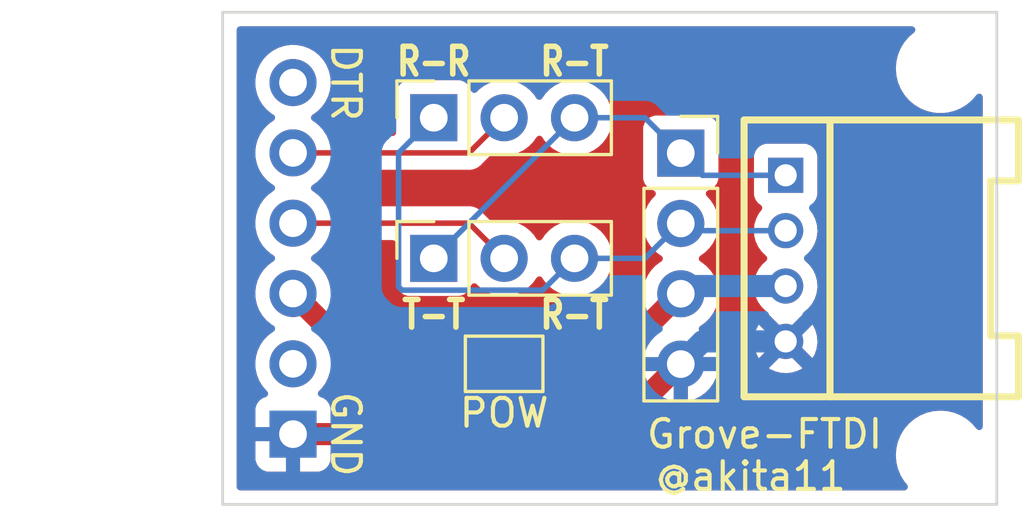
<source format=kicad_pcb>
(kicad_pcb (version 20211014) (generator pcbnew)
  (layers (0 "F.Cu" signal) (31 "B.Cu" signal) (34 "B.Paste" user) (35 "F.Paste" user) (36 "B.SilkS" user "B.Silkscreen") (37 "F.SilkS" user "F.Silkscreen") (38 "B.Mask" user) (39 "F.Mask" user) (44 "Edge.Cuts" user))
  (net 0 "")
  (net 1 "/TX")
  (net 2 "/RX")
  (net 3 "/VCC2")
  (net 4 "GND")
  (net 5 "/DTR")
  (net 6 "/RXI")
  (net 7 "/TXO")
  (net 8 "/VCC")
  (net 9 "/CTS")
  (footprint "Connector_PinHeader_2.54mm:PinHeader_1x06_P2.54mm_Horizontal" (layer "F.Cu") (at 19.05 26.67 180)
    (fp_text reference "J1" hide)
    (fp_text value "Conn_01x06" hide)
    (pad "1" thru_hole rect (at 0 0 180) (size 1.7 1.7) (drill 1) (layers *.Cu *.Mask) (net 4 "GND"))
    (pad "2" thru_hole oval (at 0 2.54 180) (size 1.7 1.7) (drill 1) (layers *.Cu *.Mask) (net 9 "/CTS"))
    (pad "3" thru_hole oval (at 0 5.08 180) (size 1.7 1.7) (drill 1) (layers *.Cu *.Mask) (net 8 "/VCC"))
    (pad "4" thru_hole oval (at 0 7.62 180) (size 1.7 1.7) (drill 1) (layers *.Cu *.Mask) (net 7 "/TXO"))
    (pad "5" thru_hole oval (at 0 10.16 180) (size 1.7 1.7) (drill 1) (layers *.Cu *.Mask) (net 6 "/RXI"))
    (pad "6" thru_hole oval (at 0 12.7 180) (size 1.7 1.7) (drill 1) (layers *.Cu *.Mask) (net 5 "/DTR"))
  )
  (footprint "Connector_PinSocket_2.54mm:PinSocket_1x03_P2.54mm_Vertical" (layer "F.Cu") (at 24.13 20.32 90)
    (fp_text reference "J3" hide)
    (fp_text value "Conn_01x03" hide)
    (fp_line (start 0 -1.33) (end 1.33 -1.33) (layer "F.SilkS") (width 0.12))
    (fp_line (start -1.33 1.27) (end 1.33 1.27) (layer "F.SilkS") (width 0.12))
    (fp_line (start -1.33 6.41) (end 1.33 6.41) (layer "F.SilkS") (width 0.12))
    (fp_line (start 1.33 -1.33) (end 1.33 0) (layer "F.SilkS") (width 0.12))
    (fp_line (start -1.33 1.27) (end -1.33 6.41) (layer "F.SilkS") (width 0.12))
    (fp_line (start 1.33 1.27) (end 1.33 6.41) (layer "F.SilkS") (width 0.12))
    (pad "1" thru_hole rect locked (at 0 0 90) (size 1.7 1.7) (drill 1) (layers *.Cu *.Mask) (net 1 "/TX"))
    (pad "2" thru_hole oval locked (at 0 2.54 90) (size 1.7 1.7) (drill 1) (layers *.Cu *.Mask) (net 7 "/TXO"))
    (pad "3" thru_hole oval locked (at 0 5.08 90) (size 1.7 1.7) (drill 1) (layers *.Cu *.Mask) (net 2 "/RX"))
  )
  (footprint "Connector_PinSocket_2.54mm:PinSocket_1x03_P2.54mm_Vertical" (layer "F.Cu") (at 24.13 15.24 90)
    (fp_text reference "J2" hide)
    (fp_text value "Conn_01x03" hide)
    (fp_line (start -1.33 1.27) (end -1.33 6.41) (layer "F.SilkS") (width 0.12))
    (fp_line (start -1.33 1.27) (end 1.33 1.27) (layer "F.SilkS") (width 0.12))
    (fp_line (start 0 -1.33) (end 1.33 -1.33) (layer "F.SilkS") (width 0.12))
    (fp_line (start 1.33 -1.33) (end 1.33 0) (layer "F.SilkS") (width 0.12))
    (fp_line (start 1.33 1.27) (end 1.33 6.41) (layer "F.SilkS") (width 0.12))
    (fp_line (start -1.33 6.41) (end 1.33 6.41) (layer "F.SilkS") (width 0.12))
    (pad "1" thru_hole rect locked (at 0 0 90) (size 1.7 1.7) (drill 1) (layers *.Cu *.Mask) (net 2 "/RX"))
    (pad "2" thru_hole oval locked (at 0 2.54 90) (size 1.7 1.7) (drill 1) (layers *.Cu *.Mask) (net 6 "/RXI"))
    (pad "3" thru_hole oval locked (at 0 5.08 90) (size 1.7 1.7) (drill 1) (layers *.Cu *.Mask) (net 1 "/TX"))
  )
  (footprint "Connector_PinSocket_2.54mm:PinSocket_1x04_P2.54mm_Vertical" (layer "F.Cu") (at 33.045 16.52)
    (fp_text reference "J4" hide)
    (fp_text value "Conn_01x04" hide)
    (fp_line (start -1.33 1.27) (end 1.33 1.27) (layer "F.SilkS") (width 0.12))
    (fp_line (start 1.33 1.27) (end 1.33 8.95) (layer "F.SilkS") (width 0.12))
    (fp_line (start 0 -1.33) (end 1.33 -1.33) (layer "F.SilkS") (width 0.12))
    (fp_line (start -1.33 1.27) (end -1.33 8.95) (layer "F.SilkS") (width 0.12))
    (fp_line (start -1.33 8.95) (end 1.33 8.95) (layer "F.SilkS") (width 0.12))
    (fp_line (start 1.33 -1.33) (end 1.33 0) (layer "F.SilkS") (width 0.12))
    (pad "1" thru_hole rect locked (at 0 0) (size 1.7 1.7) (drill 1) (layers *.Cu *.Mask) (net 1 "/TX"))
    (pad "2" thru_hole oval locked (at 0 2.54) (size 1.7 1.7) (drill 1) (layers *.Cu *.Mask) (net 2 "/RX"))
    (pad "3" thru_hole oval locked (at 0 5.08) (size 1.7 1.7) (drill 1) (layers *.Cu *.Mask) (net 3 "/VCC2"))
    (pad "4" thru_hole oval locked (at 0 7.62) (size 1.7 1.7) (drill 1) (layers *.Cu *.Mask) (net 4 "GND"))
  )
  (footprint "MountingHole:MountingHole_2.2mm_M2" (layer "F.Cu") (at 42.418 13.462)
    (fp_text reference "REF**" hide)
    (fp_text value "MountingHole_2.2mm_M2" hide)
    (pad "" np_thru_hole circle locked (at 0 0) (size 2.2 2.2) (drill 2.2) (layers *.Cu *.Mask))
  )
  (footprint "Jumper:SolderJumper-2_P1.3mm_Open_Pad1.0x1.5mm" (layer "F.Cu") (at 26.67 24.13)
    (fp_text reference "JP1" hide)
    (fp_text value "Jumper_2_Open" hide)
    (fp_line (start -1.4 1) (end -1.4 -1) (layer "F.SilkS") (width 0.12))
    (fp_line (start -1.4 -1) (end 1.4 -1) (layer "F.SilkS") (width 0.12))
    (fp_line (start 1.4 -1) (end 1.4 1) (layer "F.SilkS") (width 0.12))
    (fp_line (start 1.4 1) (end -1.4 1) (layer "F.SilkS") (width 0.12))
    (pad "1" smd rect locked (at -0.65 0) (size 1 1.5) (layers "F.Cu" "F.Mask") (net 8 "/VCC"))
    (pad "2" smd rect locked (at 0.65 0) (size 1 1.5) (layers "F.Cu" "F.Mask") (net 3 "/VCC2"))
  )
  (footprint "MountingHole:MountingHole_2.2mm_M2" (layer "F.Cu") (at 42.418 27.432)
    (fp_text reference "REF**" hide)
    (fp_text value "MountingHole_2.2mm_M2" hide)
    (pad "" np_thru_hole circle locked (at 0 0) (size 2.2 2.2) (drill 2.2) (layers *.Cu *.Mask))
  )
  (footprint "akita:CON_GROVE_H" (layer "F.Cu") (at 36.83 20.32 -90)
    (fp_text reference "CN1" hide)
    (fp_text value "CON_GROVE" hide)
    (fp_line (start -2.8 -8.4) (end -2.8 -7.4) (layer "F.SilkS") (width 0.254))
    (fp_line (start -5 -1.6) (end 5 -1.6) (layer "F.SilkS") (width 0.254))
    (fp_line (start -5 -1.6) (end -5 1.5) (layer "F.SilkS") (width 0.254))
    (fp_line (start -5 -1) (end -5 1) (layer "F.SilkS") (width 0.127))
    (fp_line (start -2.8 -7.4) (end 2.8 -7.4) (layer "F.SilkS") (width 0.254))
    (fp_line (start 2.8 -8.4) (end 5 -8.4) (layer "F.SilkS") (width 0.254))
    (fp_line (start 5 -1.6) (end 5 -8.4) (layer "F.SilkS") (width 0.254))
    (fp_line (start -5 1.5) (end 5 1.5) (layer "F.SilkS") (width 0.254))
    (fp_line (start -5 -8.4) (end -2.8 -8.4) (layer "F.SilkS") (width 0.254))
    (fp_line (start 2.8 -7.4) (end 2.8 -8.4) (layer "F.SilkS") (width 0.254))
    (fp_line (start 5 1.5) (end 5 -1.6) (layer "F.SilkS") (width 0.254))
    (fp_line (start -5 -8.4) (end -5 -1.6) (layer "F.SilkS") (width 0.254))
    (pad "1" thru_hole rect locked (at -3 0 270) (size 1.27 1.27) (drill 0.8) (layers *.Cu *.Mask) (net 1 "/TX"))
    (pad "2" thru_hole circle locked (at -1 0 270) (size 1.27 1.27) (drill 0.8) (layers *.Cu *.Mask) (net 2 "/RX"))
    (pad "3" thru_hole circle locked (at 1 0 270) (size 1.27 1.27) (drill 0.8) (layers *.Cu *.Mask) (net 3 "/VCC2"))
    (pad "4" thru_hole circle locked (at 3 0 270) (size 1.27 1.27) (drill 0.8) (layers *.Cu *.Mask) (net 4 "GND"))
  )
  (gr_line (start 16.51 11.43) (end 44.45 11.43) (layer "Edge.Cuts") (width 0.1))
  (gr_line (start 44.45 29.21) (end 16.51 29.21) (layer "Edge.Cuts") (width 0.1))
  (gr_line (start 16.51 29.21) (end 16.51 11.43) (layer "Edge.Cuts") (width 0.1))
  (gr_line (start 44.45 11.43) (end 44.45 29.21) (layer "Edge.Cuts") (width 0.1))
  (gr_text "DTR" (at 20.955 13.97 270) (layer "F.SilkS") (effects (font (size 1 1))))
  (gr_text "GND" (at 20.955 26.67 270) (layer "F.SilkS") (effects (font (size 1 1))))
  (gr_text "Grove-FTDI" (at 36.068 26.67) (layer "F.SilkS") (effects (font (size 1 1))))
  (gr_text "R-R" (at 24.13 13.208) (layer "F.SilkS") (effects (font (size 1 0.8) (thickness 0.2))))
  (gr_text "R-T" (at 29.21 13.208) (layer "F.SilkS") (effects (font (size 1 0.8) (thickness 0.2))))
  (gr_text "T-T" (at 24.13 22.352) (layer "F.SilkS") (effects (font (size 1 0.8) (thickness 0.2))))
  (gr_text "@akita11" (at 35.56 28.194) (layer "F.SilkS") (effects (font (size 1 1))))
  (gr_text "POW\n" (at 26.67 25.908) (layer "F.SilkS") (effects (font (size 1 1))))
  (gr_text "R-T" (at 29.21 22.352) (layer "F.SilkS") (effects (font (size 1 0.8) (thickness 0.2))))
  (segment (start 31.75 15.24) (end 29.21 15.24) (width 0.2) (layer "B.Cu") (net 1))
  (segment (start 36.83 17.32) (end 33.83 17.32) (width 0.2) (layer "B.Cu") (net 1))
  (segment (start 24.13 20.32) (end 29.21 15.24) (width 0.2) (layer "B.Cu") (net 1))
  (segment (start 33.83 17.32) (end 31.75 15.24) (width 0.2) (layer "B.Cu") (net 1))
  (segment (start 28.060489 21.469511) (end 22.980489 21.469511) (width 0.2) (layer "B.Cu") (net 2))
  (segment (start 22.86 16.51) (end 24.13 15.24) (width 0.2) (layer "B.Cu") (net 2))
  (segment (start 29.21 20.32) (end 31.75 20.32) (width 0.2) (layer "B.Cu") (net 2))
  (segment (start 33.29 19.32) (end 33.02 19.05) (width 0.2) (layer "B.Cu") (net 2))
  (segment (start 36.83 19.32) (end 33.29 19.32) (width 0.2) (layer "B.Cu") (net 2))
  (segment (start 22.980489 21.469511) (end 22.86 21.349022) (width 0.2) (layer "B.Cu") (net 2))
  (segment (start 31.75 20.32) (end 33.02 19.05) (width 0.2) (layer "B.Cu") (net 2))
  (segment (start 29.21 20.32) (end 28.060489 21.469511) (width 0.2) (layer "B.Cu") (net 2))
  (segment (start 22.86 21.349022) (end 22.86 16.51) (width 0.2) (layer "B.Cu") (net 2))
  (segment (start 30.48 24.13) (end 33.02 21.59) (width 0.8) (layer "F.Cu") (net 3))
  (segment (start 27.32 24.13) (end 30.48 24.13) (width 0.8) (layer "F.Cu") (net 3))
  (segment (start 36.83 21.32) (end 33.29 21.32) (width 0.8) (layer "B.Cu") (net 3))
  (segment (start 33.29 21.32) (end 33.02 21.59) (width 0.8) (layer "B.Cu") (net 3))
  (segment (start 19.05 26.67) (end 30.48 26.67) (width 0.8) (layer "F.Cu") (net 4))
  (segment (start 30.48 26.67) (end 33.02 24.13) (width 0.8) (layer "F.Cu") (net 4))
  (segment (start 33.83 23.32) (end 33.02 24.13) (width 0.8) (layer "B.Cu") (net 4))
  (segment (start 36.83 23.32) (end 33.83 23.32) (width 0.8) (layer "B.Cu") (net 4))
  (segment (start 25.4 16.51) (end 26.67 15.24) (width 0.2) (layer "F.Cu") (net 6))
  (segment (start 19.05 16.51) (end 25.4 16.51) (width 0.2) (layer "F.Cu") (net 6))
  (segment (start 19.05 19.05) (end 25.4 19.05) (width 0.2) (layer "F.Cu") (net 7))
  (segment (start 25.4 19.05) (end 26.67 20.32) (width 0.2) (layer "F.Cu") (net 7))
  (segment (start 21.59 24.13) (end 19.05 21.59) (width 0.8) (layer "F.Cu") (net 8))
  (segment (start 26.02 24.13) (end 21.59 24.13) (width 0.8) (layer "F.Cu") (net 8))
  (zone (net 4) (net_name "GND") (layer "F.Cu") (connect_pads (clearance 0.508)) (min_thickness 0.254) (fill yes (thermal_gap 0.508) (thermal_bridge_width 0.508))
    (polygon (pts (xy 44.45 29.21) (xy 16.51 29.21) (xy 16.51 11.43) (xy 44.45 11.43)))
  )
  (zone (net 4) (net_name "GND") (layer "B.Cu") (connect_pads (clearance 0.508)) (min_thickness 0.254) (fill yes (thermal_gap 0.508) (thermal_bridge_width 0.508))
    (polygon (pts (xy 44.45 29.21) (xy 16.51 29.21) (xy 16.51 11.43) (xy 44.45 11.43)))
  )
)
</source>
